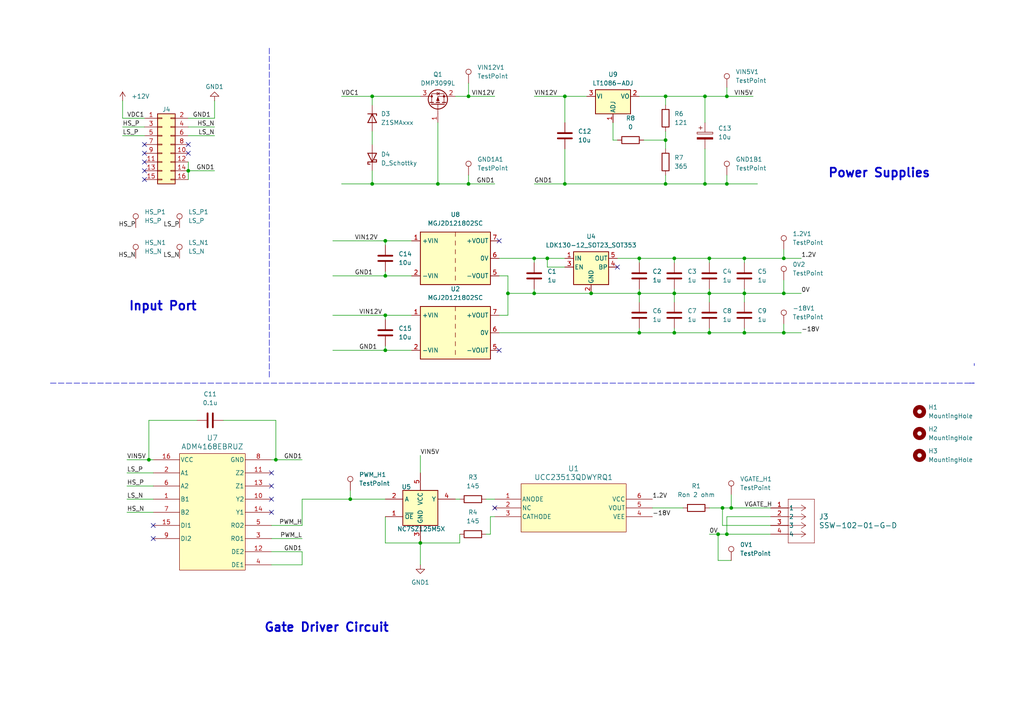
<source format=kicad_sch>
(kicad_sch (version 20250114) (generator "eeschema") (generator_version "9.0")
  (paper "A4")
  (lib_symbols
    (symbol "2*2_Gate_Driver_Output_Connector:SSW-102-01-G-D" (pin_names (offset 0.254))
      (property "Reference" "J" (at 8.89 6.35 0))
      (property "Value" "SSW-102-01-G-D" (at 3.302 -12.7 0))
      (symbol "SSW-102-01-G-D_1_1"
        (polyline (pts (xy 5.08 2.54) (xy 5.08 -10.16)) (stroke (width 0.127)))
        (polyline (pts (xy 5.08 -10.16) (xy 12.7 -10.16)) (stroke (width 0.127)))
        (polyline (pts (xy 10.16 0) (xy 5.08 0)) (stroke (width 0.127)))
        (polyline (pts (xy 10.16 0) (xy 8.89 0.8467)) (stroke (width 0.127)))
        (polyline (pts (xy 10.16 0) (xy 8.89 -0.8467)) (stroke (width 0.127)))
        (polyline (pts (xy 10.16 -2.54) (xy 5.08 -2.54)) (stroke (width 0.127)))
        (polyline (pts (xy 10.16 -2.54) (xy 8.89 -1.6933)) (stroke (width 0.127)))
        (polyline (pts (xy 10.16 -2.54) (xy 8.89 -3.3867)) (stroke (width 0.127)))
        (polyline (pts (xy 10.16 -5.08) (xy 5.08 -5.08)) (stroke (width 0.127)))
        (polyline (pts (xy 10.16 -5.08) (xy 8.89 -4.2333)) (stroke (width 0.127)))
        (polyline (pts (xy 10.16 -5.08) (xy 8.89 -5.9267)) (stroke (width 0.127)))
        (polyline (pts (xy 10.16 -7.62) (xy 5.08 -7.62)) (stroke (width 0.127)))
        (polyline (pts (xy 10.16 -7.62) (xy 8.89 -6.7733)) (stroke (width 0.127)))
        (polyline (pts (xy 10.16 -7.62) (xy 8.89 -8.4667)) (stroke (width 0.127)))
        (polyline (pts (xy 12.7 2.54) (xy 5.08 2.54)) (stroke (width 0.127)))
        (polyline (pts (xy 12.7 -10.16) (xy 12.7 2.54)) (stroke (width 0.127)))
        (pin output line (at 0 0 0) (length 5.08) (name "1") (number "1"))
        (pin output line (at 0 -2.54 0) (length 5.08) (name "2") (number "2"))
        (pin output line (at 0 -5.08 0) (length 5.08) (name "3") (number "3"))
        (pin output line (at 0 -7.62 0) (length 5.08) (name "4") (number "4"))
      )
      (symbol "SSW-102-01-G-D_1_2"
        (polyline (pts (xy 5.08 2.54) (xy 5.08 -10.16)) (stroke (width 0.127)))
        (polyline (pts (xy 5.08 -10.16) (xy 12.7 -10.16)) (stroke (width 0.127)))
        (polyline (pts (xy 7.62 0) (xy 5.08 0)) (stroke (width 0.127)))
        (polyline (pts (xy 7.62 0) (xy 8.89 0.8467)) (stroke (width 0.127)))
        (polyline (pts (xy 7.62 0) (xy 8.89 -0.8467)) (stroke (width 0.127)))
        (polyline (pts (xy 7.62 -2.54) (xy 5.08 -2.54)) (stroke (width 0.127)))
        (polyline (pts (xy 7.62 -2.54) (xy 8.89 -1.6933)) (stroke (width 0.127)))
        (polyline (pts (xy 7.62 -2.54) (xy 8.89 -3.3867)) (stroke (width 0.127)))
        (polyline (pts (xy 7.62 -5.08) (xy 5.08 -5.08)) (stroke (width 0.127)))
        (polyline (pts (xy 7.62 -5.08) (xy 8.89 -4.2333)) (stroke (width 0.127)))
        (polyline (pts (xy 7.62 -5.08) (xy 8.89 -5.9267)) (stroke (width 0.127)))
        (polyline (pts (xy 7.62 -7.62) (xy 5.08 -7.62)) (stroke (width 0.127)))
        (polyline (pts (xy 7.62 -7.62) (xy 8.89 -6.7733)) (stroke (width 0.127)))
        (polyline (pts (xy 7.62 -7.62) (xy 8.89 -8.4667)) (stroke (width 0.127)))
        (polyline (pts (xy 12.7 2.54) (xy 5.08 2.54)) (stroke (width 0.127)))
        (polyline (pts (xy 12.7 -10.16) (xy 12.7 2.54)) (stroke (width 0.127)))
      )
    )
    (symbol "74xGxx:NC7SZ125M5X"
      (property "Reference" "U" (at -5.08 6.35 0))
      (property "Value" "NC7SZ125M5X" (at 7.62 6.35 0))
      (symbol "NC7SZ125M5X_0_1"
        (rectangle (start -5.08 5.08) (end 5.08 -5.08) (stroke (width 0.254)) (fill (type background)))
      )
      (symbol "NC7SZ125M5X_1_1"
        (pin input line (at -10.16 2.54 0) (length 5.08) (name "A") (number "2"))
        (pin input line (at -10.16 -2.54 0) (length 5.08) (name "~{OE}") (number "1"))
        (pin power_in line (at 0 10.16 270) (length 5.08) (name "VCC") (number "5"))
        (pin power_in line (at 0 -10.16 90) (length 5.08) (name "GND") (number "3"))
        (pin output line (at 10.16 2.54 180) (length 5.08) (name "Y") (number "4"))
      )
    )
    (symbol "Connector:TestPoint" (pin_numbers (hide yes)) (pin_names (offset 0.762) (hide yes))
      (property "Reference" "TP" (at 0 6.858 0))
      (property "Value" "TestPoint" (at 0 5.08 0))
      (symbol "TestPoint_0_1"
        (circle (center 0 3.302) (radius 0.762))
      )
      (symbol "TestPoint_1_1"
        (pin passive line (at 0 0 90) (length 2.54) (name "1") (number "1"))
      )
    )
    (symbol "Connector_Generic:Conn_02x08_Odd_Even" (pin_names (offset 1.016) (hide yes))
      (property "Reference" "J" (at 1.27 10.16 0))
      (property "Value" "Conn_02x08_Odd_Even" (at 1.27 -12.7 0))
      (symbol "Conn_02x08_Odd_Even_1_1"
        (rectangle (start -1.27 8.89) (end 3.81 -11.43) (stroke (width 0.254)) (fill (type background)))
        (rectangle (start -1.27 7.747) (end 0 7.493) (stroke (width 0.1524)))
        (rectangle (start -1.27 5.207) (end 0 4.953) (stroke (width 0.1524)))
        (rectangle (start -1.27 2.667) (end 0 2.413) (stroke (width 0.1524)))
        (rectangle (start -1.27 0.127) (end 0 -0.127) (stroke (width 0.1524)))
        (rectangle (start -1.27 -2.413) (end 0 -2.667) (stroke (width 0.1524)))
        (rectangle (start -1.27 -4.953) (end 0 -5.207) (stroke (width 0.1524)))
        (rectangle (start -1.27 -7.493) (end 0 -7.747) (stroke (width 0.1524)))
        (rectangle (start -1.27 -10.033) (end 0 -10.287) (stroke (width 0.1524)))
        (rectangle (start 3.81 7.747) (end 2.54 7.493) (stroke (width 0.1524)))
        (rectangle (start 3.81 5.207) (end 2.54 4.953) (stroke (width 0.1524)))
        (rectangle (start 3.81 2.667) (end 2.54 2.413) (stroke (width 0.1524)))
        (rectangle (start 3.81 0.127) (end 2.54 -0.127) (stroke (width 0.1524)))
        (rectangle (start 3.81 -2.413) (end 2.54 -2.667) (stroke (width 0.1524)))
        (rectangle (start 3.81 -4.953) (end 2.54 -5.207) (stroke (width 0.1524)))
        (rectangle (start 3.81 -7.493) (end 2.54 -7.747) (stroke (width 0.1524)))
        (rectangle (start 3.81 -10.033) (end 2.54 -10.287) (stroke (width 0.1524)))
        (pin passive line (at -5.08 7.62 0) (length 3.81) (name "Pin_1") (number "1"))
        (pin passive line (at -5.08 5.08 0) (length 3.81) (name "Pin_3") (number "3"))
        (pin passive line (at -5.08 2.54 0) (length 3.81) (name "Pin_5") (number "5"))
        (pin passive line (at -5.08 0 0) (length 3.81) (name "Pin_7") (number "7"))
        (pin passive line (at -5.08 -2.54 0) (length 3.81) (name "Pin_9") (number "9"))
        (pin passive line (at -5.08 -5.08 0) (length 3.81) (name "Pin_11") (number "11"))
        (pin passive line (at -5.08 -7.62 0) (length 3.81) (name "Pin_13") (number "13"))
        (pin passive line (at -5.08 -10.16 0) (length 3.81) (name "Pin_15") (number "15"))
        (pin passive line (at 7.62 7.62 180) (length 3.81) (name "Pin_2") (number "2"))
        (pin passive line (at 7.62 5.08 180) (length 3.81) (name "Pin_4") (number "4"))
        (pin passive line (at 7.62 2.54 180) (length 3.81) (name "Pin_6") (number "6"))
        (pin passive line (at 7.62 0 180) (length 3.81) (name "Pin_8") (number "8"))
        (pin passive line (at 7.62 -2.54 180) (length 3.81) (name "Pin_10") (number "10"))
        (pin passive line (at 7.62 -5.08 180) (length 3.81) (name "Pin_12") (number "12"))
        (pin passive line (at 7.62 -7.62 180) (length 3.81) (name "Pin_14") (number "14"))
        (pin passive line (at 7.62 -10.16 180) (length 3.81) (name "Pin_16") (number "16"))
      )
    )
    (symbol "Converter_DCDC:MGJ2D121802SC"
      (property "Reference" "U" (at 0 11.43 0))
      (property "Value" "MGJ2D121802SC" (at 0 8.89 0))
      (symbol "MGJ2D121802SC_0_1"
        (rectangle (start -10.16 7.62) (end 10.16 -7.62) (stroke (width 0.254)) (fill (type background)))
        (polyline (pts (xy 0 7.62) (xy 0 6.35)))
        (polyline (pts (xy 0 5.08) (xy 0 3.81)))
        (polyline (pts (xy 0 2.54) (xy 0 1.27)))
        (polyline (pts (xy 0 0) (xy 0 -1.27)))
        (polyline (pts (xy 0 -2.54) (xy 0 -3.81)))
        (polyline (pts (xy 0 -5.08) (xy 0 -6.35)))
      )
      (symbol "MGJ2D121802SC_1_1"
        (pin power_in line (at -12.7 5.08 0) (length 2.54) (name "+VIN") (number "1"))
        (pin power_in line (at -12.7 -5.08 0) (length 2.54) (name "-VIN") (number "2"))
        (pin power_out line (at 12.7 5.08 180) (length 2.54) (name "+VOUT") (number "7"))
        (pin power_out line (at 12.7 0 180) (length 2.54) (name "0V") (number "6"))
        (pin power_out line (at 12.7 -5.08 180) (length 2.54) (name "-VOUT") (number "5"))
      )
    )
    (symbol "Device:C" (pin_numbers (hide yes)) (pin_names (offset 0.254))
      (property "Reference" "C" (at 0.635 2.54 0))
      (property "Value" "C" (at 0.635 -2.54 0))
      (symbol "C_0_1"
        (polyline (pts (xy -2.032 0.762) (xy 2.032 0.762)) (stroke (width 0.508)))
        (polyline (pts (xy -2.032 -0.762) (xy 2.032 -0.762)) (stroke (width 0.508)))
      )
      (symbol "C_1_1"
        (pin passive line (at 0 3.81 270) (length 2.794) (name "~") (number "1"))
        (pin passive line (at 0 -3.81 90) (length 2.794) (name "~") (number "2"))
      )
    )
    (symbol "Device:C_Polarized" (pin_numbers (hide yes)) (pin_names (offset 0.254))
      (property "Reference" "C" (at 0.635 2.54 0))
      (property "Value" "C_Polarized" (at 0.635 -2.54 0))
      (symbol "C_Polarized_0_1"
        (rectangle (start -2.286 0.508) (end 2.286 1.016))
        (polyline (pts (xy -1.778 2.286) (xy -0.762 2.286)))
        (polyline (pts (xy -1.27 2.794) (xy -1.27 1.778)))
        (rectangle (start 2.286 -0.508) (end -2.286 -1.016) (fill (type outline)))
      )
      (symbol "C_Polarized_1_1"
        (pin passive line (at 0 3.81 270) (length 2.794) (name "~") (number "1"))
        (pin passive line (at 0 -3.81 90) (length 2.794) (name "~") (number "2"))
      )
    )
    (symbol "Device:D_Schottky" (pin_numbers (hide yes)) (pin_names (offset 1.016) (hide yes))
      (property "Reference" "D" (at 0 2.54 0))
      (property "Value" "D_Schottky" (at 0 -2.54 0))
      (symbol "D_Schottky_0_1"
        (polyline (pts (xy -1.905 0.635) (xy -1.905 1.27) (xy -1.27 1.27) (xy -1.27 -1.27) (xy -0.635 -1.27) (xy -0.635 -0.635)) (stroke (width 0.254)))
        (polyline (pts (xy 1.27 1.27) (xy 1.27 -1.27) (xy -1.27 0) (xy 1.27 1.27)) (stroke (width 0.254)))
        (polyline (pts (xy 1.27 0) (xy -1.27 0)))
      )
      (symbol "D_Schottky_1_1"
        (pin passive line (at -3.81 0 0) (length 2.54) (name "K") (number "1"))
        (pin passive line (at 3.81 0 180) (length 2.54) (name "A") (number "2"))
      )
    )
    (symbol "Device:R" (pin_numbers (hide yes)) (pin_names (offset 0))
      (property "Reference" "R" (at 2.032 0 90))
      (property "Value" "R" (at 0 0 90))
      (symbol "R_0_1"
        (rectangle (start -1.016 -2.54) (end 1.016 2.54) (stroke (width 0.254)))
      )
      (symbol "R_1_1"
        (pin passive line (at 0 3.81 270) (length 1.27) (name "~") (number "1"))
        (pin passive line (at 0 -3.81 90) (length 1.27) (name "~") (number "2"))
      )
    )
    (symbol "Device:R_1206" (pin_numbers (hide yes)) (pin_names (offset 0))
      (property "Reference" "R" (at 2.032 0 90))
      (property "Value" "R" (at 0 0 90))
      (symbol "R_1206_0_1"
        (rectangle (start -1.016 -2.54) (end 1.016 2.54) (stroke (width 0.254)))
      )
      (symbol "R_1206_1_1"
        (pin passive line (at 0 3.81 270) (length 1.27) (name "~") (number "1"))
        (pin passive line (at 0 -3.81 90) (length 1.27) (name "~") (number "2"))
      )
    )
    (symbol "Diode:Z1SMAxxx" (pin_numbers (hide yes)) (pin_names (hide yes))
      (property "Reference" "D" (at 0 2.54 0))
      (property "Value" "Z1SMAxxx" (at 0 -2.54 0))
      (symbol "Z1SMAxxx_0_1"
        (polyline (pts (xy -1.27 -1.27) (xy -1.27 1.27) (xy -0.762 1.27)) (stroke (width 0.254)))
        (polyline (pts (xy 1.27 0) (xy -1.27 0)))
        (polyline (pts (xy 1.27 -1.27) (xy 1.27 1.27) (xy -1.27 0) (xy 1.27 -1.27)) (stroke (width 0.254)))
      )
      (symbol "Z1SMAxxx_1_1"
        (pin passive line (at -3.81 0 0) (length 2.54) (name "K") (number "1"))
        (pin passive line (at 3.81 0 180) (length 2.54) (name "A") (number "2"))
      )
    )
    (symbol "Gate_Driver:UCC23513QDWYRQ1" (pin_names (offset 0.254))
      (property "Reference" "U" (at 0 12.7 0))
      (property "Value" "UCC23513QDWYRQ1" (at 0 10.16 0))
      (symbol "UCC23513QDWYRQ1_0_1"
        (pin unspecified line (at -22.86 2.54 0) (length 7.62) (name "ANODE") (number "1"))
        (pin no_connect line (at -22.86 0 0) (length 7.62) (name "NC") (number "2"))
        (pin unspecified line (at -22.86 -2.54 0) (length 7.62) (name "CATHODE") (number "3"))
        (pin power_in line (at 22.86 2.54 180) (length 7.62) (name "VCC") (number "6"))
        (pin output line (at 22.86 0 180) (length 7.62) (name "VOUT") (number "5"))
        (pin power_in line (at 22.86 -2.54 180) (length 7.62) (name "VEE") (number "4"))
      )
      (symbol "UCC23513QDWYRQ1_1_1"
        (rectangle (start -15.24 6.985) (end 15.24 -6.985) (fill (type background)))
      )
    )
    (symbol "Mechanical:MountingHole" (pin_names (offset 1.016)) (in_bom no)
      (property "Reference" "H" (at 0 5.08 0))
      (property "Value" "MountingHole" (at 0 3.175 0))
      (symbol "MountingHole_0_1"
        (circle (center 0 0) (radius 1.27) (stroke (width 1.27)))
      )
    )
    (symbol "RS422_Transreciver:ADM4168EBRUZ" (pin_names (offset 0.254))
      (property "Reference" "U" (at 17.272 5.842 0))
      (property "Value" "ADM4168EBRUZ" (at 17.272 3.302 0))
      (symbol "ADM4168EBRUZ_0_1"
        (pin unspecified line (at 0 0 0) (length 7.62) (name "VCC") (number "16"))
        (pin unspecified line (at 0 -3.81 0) (length 7.62) (name "A1") (number "2"))
        (pin unspecified line (at 0 -7.62 0) (length 7.62) (name "A2") (number "6"))
        (pin unspecified line (at 0 -11.43 0) (length 7.62) (name "B1") (number "1"))
        (pin unspecified line (at 0 -15.24 0) (length 7.62) (name "B2") (number "7"))
        (pin unspecified line (at 0 -19.05 0) (length 7.62) (name "DI1") (number "15"))
        (pin unspecified line (at 0 -22.86 0) (length 7.62) (name "DI2") (number "9"))
        (pin unspecified line (at 34.29 0 180) (length 7.62) (name "GND") (number "8"))
        (pin unspecified line (at 34.29 -3.81 180) (length 7.62) (name "Z2") (number "11"))
        (pin unspecified line (at 34.29 -7.62 180) (length 7.62) (name "Z1") (number "13"))
        (pin unspecified line (at 34.29 -11.43 180) (length 7.62) (name "Y2") (number "10"))
        (pin unspecified line (at 34.29 -15.24 180) (length 7.62) (name "Y1") (number "14"))
        (pin unspecified line (at 34.29 -19.05 180) (length 7.62) (name "RO2") (number "5"))
        (pin unspecified line (at 34.29 -22.86 180) (length 7.62) (name "RO1") (number "3"))
        (pin unspecified line (at 34.29 -26.67 180) (length 7.62) (name "DE2") (number "12"))
        (pin unspecified line (at 34.29 -30.48 180) (length 7.62) (name "DE1") (number "4"))
      )
      (symbol "ADM4168EBRUZ_1_1"
        (rectangle (start 7.62 1.778) (end 26.67 -32.004) (fill (type background)))
      )
    )
    (symbol "Regulator_Linear:LDK130-12_SOT23_SOT353" (pin_names (offset 0.254))
      (property "Reference" "U" (at -3.81 5.715 0))
      (property "Value" "LDK130-12_SOT23_SOT353" (at 0 5.715 0))
      (symbol "LDK130-12_SOT23_SOT353_0_1"
        (rectangle (start -5.08 4.445) (end 5.08 -5.08) (stroke (width 0.254)) (fill (type background)))
      )
      (symbol "LDK130-12_SOT23_SOT353_1_1"
        (pin power_in line (at -7.62 2.54 0) (length 2.54) (name "IN") (number "1"))
        (pin input line (at -7.62 0 0) (length 2.54) (name "EN") (number "3"))
        (pin power_in line (at 0 -7.62 90) (length 2.54) (name "GND") (number "2"))
        (pin power_out line (at 7.62 2.54 180) (length 2.54) (name "OUT") (number "5"))
        (pin passive line (at 7.62 0 180) (length 2.54) (name "BP") (number "4"))
      )
    )
    (symbol "Regulator_Linear:LT1086-ADJ" (pin_names (offset 0.254))
      (property "Reference" "U" (at -3.81 3.175 0))
      (property "Value" "LT1086-ADJ" (at 0 3.175 0))
      (symbol "LT1086-ADJ_0_1"
        (rectangle (start -5.08 1.905) (end 5.08 -5.08) (stroke (width 0.254)) (fill (type background)))
      )
      (symbol "LT1086-ADJ_1_1"
        (pin power_in line (at -7.62 0 0) (length 2.54) (name "VI") (number "3"))
        (pin input line (at 0 -7.62 90) (length 2.54) (name "ADJ") (number "1"))
        (pin power_out line (at 7.62 0 180) (length 2.54) (name "VO") (number "2"))
      )
    )
    (symbol "Transistor_FET:DMP3099L" (pin_names (offset 0) (hide yes))
      (property "Reference" "Q" (at 5.08 1.905 0))
      (property "Value" "DMP3099L" (at 5.08 0 0))
      (symbol "DMP3099L_0_1"
        (polyline (pts (xy 0.254 1.905) (xy 0.254 -1.905)) (stroke (width 0.254)))
        (polyline (pts (xy 0.254 0) (xy -2.54 0)))
        (polyline (pts (xy 0.762 2.286) (xy 0.762 1.27)) (stroke (width 0.254)))
        (polyline (pts (xy 0.762 1.778) (xy 3.302 1.778) (xy 3.302 -1.778) (xy 0.762 -1.778)))
        (polyline (pts (xy 0.762 0.508) (xy 0.762 -0.508)) (stroke (width 0.254)))
        (polyline (pts (xy 0.762 -1.27) (xy 0.762 -2.286)) (stroke (width 0.254)))
        (circle (center 1.651 0) (radius 2.794) (stroke (width 0.254)))
        (polyline (pts (xy 2.286 0) (xy 1.27 0.381) (xy 1.27 -0.381) (xy 2.286 0)) (fill (type outline)))
        (polyline (pts (xy 2.54 2.54) (xy 2.54 1.778)))
        (circle (center 2.54 1.778) (radius 0.254) (fill (type outline)))
        (circle (center 2.54 -1.778) (radius 0.254) (fill (type outline)))
        (polyline (pts (xy 2.54 -2.54) (xy 2.54 0) (xy 0.762 0)))
        (polyline (pts (xy 2.921 -0.381) (xy 3.683 -0.381)))
        (polyline (pts (xy 3.302 -0.381) (xy 2.921 0.254) (xy 3.683 0.254) (xy 3.302 -0.381)))
      )
      (symbol "DMP3099L_1_1"
        (pin input line (at -5.08 0 0) (length 2.54) (name "G") (number "1"))
        (pin passive line (at 2.54 5.08 270) (length 2.54) (name "D") (number "3"))
        (pin passive line (at 2.54 -5.08 90) (length 2.54) (name "S") (number "2"))
      )
    )
    (symbol "power:+5V" (power) (pin_numbers (hide yes)) (pin_names (offset 0) (hide yes))
      (property "Value" "+5V" (at 0 3.556 0))
      (symbol "+5V_0_1"
        (polyline (pts (xy -0.762 1.27) (xy 0 2.54)))
        (polyline (pts (xy 0 2.54) (xy 0.762 1.27)))
        (polyline (pts (xy 0 0) (xy 0 2.54)))
      )
      (symbol "+5V_1_1"
        (pin power_in line (at 0 0 90) (length 0) (name "~") (number "1"))
      )
    )
    (symbol "power:GND" (power) (pin_numbers (hide yes)) (pin_names (offset 0) (hide yes))
      (property "Value" "GND" (at 0 -3.81 0))
      (symbol "GND_0_1"
        (polyline (pts (xy 0 0) (xy 0 -1.27) (xy 1.27 -1.27) (xy 0 -2.54) (xy -1.27 -1.27) (xy 0 -1.27)))
      )
      (symbol "GND_1_1"
        (pin power_in line (at 0 0 270) (length 0) (name "~") (number "1"))
      )
    )
    (symbol "power:GND2" (power) (pin_numbers (hide yes)) (pin_names (offset 0) (hide yes))
      (property "Value" "GND2" (at 0 -3.81 0))
      (symbol "GND2_0_1"
        (polyline (pts (xy 0 0) (xy 0 -1.27) (xy 1.27 -1.27) (xy 0 -2.54) (xy -1.27 -1.27) (xy 0 -1.27)))
      )
      (symbol "GND2_1_1"
        (pin power_in line (at 0 0 270) (length 0) (name "~") (number "1"))
      )
    )
  )
  (text "Gate Driver Circuit" (at 94.742 182.118 0) (effects (font (size 2.54 2.54) (thickness 0.508) (bold yes))))
  (text "Power Supplies" (at 255.016 50.292 0) (effects (font (size 2.54 2.54) (thickness 0.508) (bold yes))))
  (text "Input Port" (at 47.244 88.9 0) (effects (font (size 2.54 2.54) (thickness 0.508) (bold yes))))
  (junction (at 163.83 27.94))
  (junction (at 185.42 74.93))
  (junction (at 205.74 74.93))
  (junction (at 154.94 85.09))
  (junction (at 101.6 144.78))
  (junction (at 209.55 147.32))
  (junction (at 171.45 85.09))
  (junction (at 185.42 85.09))
  (junction (at 210.82 27.94))
  (junction (at 195.58 74.93))
  (junction (at 210.82 154.94))
  (junction (at 135.89 53.34))
  (junction (at 111.76 80.01))
  (junction (at 215.9 85.09))
  (junction (at 154.94 74.93))
  (junction (at 227.33 74.93))
  (junction (at 163.83 53.34))
  (junction (at 54.61 49.53))
  (junction (at 193.04 53.34))
  (junction (at 210.82 53.34))
  (junction (at 227.33 85.09))
  (junction (at 204.47 53.34))
  (junction (at 111.76 101.6))
  (junction (at 227.33 96.52))
  (junction (at 111.76 91.44))
  (junction (at 185.42 96.52))
  (junction (at 215.9 74.93))
  (junction (at 208.28 154.94))
  (junction (at 111.76 69.85))
  (junction (at 147.32 85.09))
  (junction (at 205.74 85.09))
  (junction (at 193.04 40.64))
  (junction (at 127 53.34))
  (junction (at 195.58 85.09))
  (junction (at 107.95 27.94))
  (junction (at 121.92 157.48))
  (junction (at 193.04 27.94))
  (junction (at 43.18 133.35))
  (junction (at 204.47 27.94))
  (junction (at 80.01 133.35))
  (junction (at 158.75 74.93))
  (junction (at 215.9 96.52))
  (junction (at 212.09 147.32))
  (junction (at 135.89 27.94))
  (junction (at 205.74 96.52))
  (junction (at 107.95 53.34))
  (junction (at 195.58 96.52))
  (no_connect (at 41.91 46.99))
  (no_connect (at 78.74 137.16))
  (no_connect (at 54.61 41.91))
  (no_connect (at 144.78 101.6))
  (no_connect (at 78.74 144.78))
  (no_connect (at 54.61 44.45))
  (no_connect (at 44.45 152.4))
  (no_connect (at 41.91 41.91))
  (no_connect (at 41.91 52.07))
  (no_connect (at 78.74 140.97))
  (no_connect (at 44.45 156.21))
  (no_connect (at 41.91 49.53))
  (no_connect (at 179.07 77.47))
  (no_connect (at 78.74 148.59))
  (no_connect (at 144.78 69.85))
  (no_connect (at 143.51 147.32))
  (no_connect (at 41.91 44.45))
  (wire (pts (xy 111.76 91.44) (xy 111.76 92.71)))
  (wire (pts (xy 121.92 157.48) (xy 121.92 163.83)))
  (wire (pts (xy 54.61 49.53) (xy 62.23 49.53)))
  (wire (pts (xy 107.95 30.48) (xy 107.95 27.94)))
  (wire (pts (xy 204.47 53.34) (xy 210.82 53.34)))
  (wire (pts (xy 195.58 74.93) (xy 205.74 74.93)))
  (wire (pts (xy 147.32 85.09) (xy 154.94 85.09)))
  (wire (pts (xy 195.58 83.82) (xy 195.58 85.09)))
  (wire (pts (xy 144.78 74.93) (xy 154.94 74.93)))
  (wire (pts (xy 147.32 80.01) (xy 147.32 85.09)))
  (wire (pts (xy 227.33 74.93) (xy 232.41 74.93)))
  (wire (pts (xy 212.09 162.56) (xy 208.28 162.56)))
  (wire (pts (xy 36.83 140.97) (xy 44.45 140.97)))
  (wire (pts (xy 80.01 133.35) (xy 87.63 133.35)))
  (wire (pts (xy 195.58 74.93) (xy 195.58 76.2)))
  (wire (pts (xy 111.76 100.33) (xy 111.76 101.6)))
  (wire (pts (xy 209.55 147.32) (xy 212.09 147.32)))
  (wire (pts (xy 205.74 85.09) (xy 205.74 87.63)))
  (wire (pts (xy 96.52 69.85) (xy 111.76 69.85)))
  (wire (pts (xy 78.74 133.35) (xy 80.01 133.35)))
  (wire (pts (xy 185.42 74.93) (xy 195.58 74.93)))
  (wire (pts (xy 127 53.34) (xy 135.89 53.34)))
  (wire (pts (xy 107.95 38.1) (xy 107.95 41.91)))
  (wire (pts (xy 132.08 27.94) (xy 135.89 27.94)))
  (wire (pts (xy 87.63 144.78) (xy 101.6 144.78)))
  (wire (pts (xy 54.61 39.37) (xy 62.23 39.37)))
  (wire (pts (xy 193.04 53.34) (xy 204.47 53.34)))
  (wire (pts (xy 111.76 69.85) (xy 119.38 69.85)))
  (wire (pts (xy 204.47 27.94) (xy 210.82 27.94)))
  (wire (pts (xy 193.04 27.94) (xy 204.47 27.94)))
  (wire (pts (xy 212.09 147.32) (xy 223.52 147.32)))
  (wire (pts (xy 205.74 154.94) (xy 208.28 154.94)))
  (wire (pts (xy 78.74 152.4) (xy 87.63 152.4)))
  (wire (pts (xy 204.47 43.18) (xy 204.47 53.34)))
  (wire (pts (xy 111.76 78.74) (xy 111.76 80.01)))
  (wire (pts (xy 121.92 132.08) (xy 121.92 137.16)))
  (wire (pts (xy 163.83 43.18) (xy 163.83 53.34)))
  (wire (pts (xy 36.83 144.78) (xy 44.45 144.78)))
  (wire (pts (xy 210.82 154.94) (xy 223.52 154.94)))
  (wire (pts (xy 189.23 147.32) (xy 198.12 147.32)))
  (wire (pts (xy 87.63 160.02) (xy 87.63 163.83)))
  (wire (pts (xy 185.42 95.25) (xy 185.42 96.52)))
  (wire (pts (xy 127 35.56) (xy 127 53.34)))
  (wire (pts (xy 185.42 83.82) (xy 185.42 85.09)))
  (wire (pts (xy 227.33 93.98) (xy 227.33 96.52)))
  (wire (pts (xy 96.52 101.6) (xy 111.76 101.6)))
  (wire (pts (xy 193.04 40.64) (xy 193.04 43.18)))
  (wire (pts (xy 144.78 80.01) (xy 147.32 80.01)))
  (wire (pts (xy 111.76 157.48) (xy 111.76 149.86)))
  (wire (pts (xy 35.56 29.21) (xy 35.56 34.29)))
  (wire (pts (xy 87.63 152.4) (xy 87.63 144.78)))
  (wire (pts (xy 205.74 147.32) (xy 209.55 147.32)))
  (wire (pts (xy 193.04 27.94) (xy 193.04 30.48)))
  (wire (pts (xy 64.77 121.92) (xy 80.01 121.92)))
  (wire (pts (xy 78.74 156.21) (xy 87.63 156.21)))
  (wire (pts (xy 96.52 91.44) (xy 111.76 91.44)))
  (wire (pts (xy 62.23 34.29) (xy 54.61 34.29)))
  (wire (pts (xy 154.94 74.93) (xy 154.94 76.2)))
  (wire (pts (xy 99.06 53.34) (xy 107.95 53.34)))
  (wire (pts (xy 163.83 53.34) (xy 193.04 53.34)))
  (wire (pts (xy 96.52 80.01) (xy 111.76 80.01)))
  (wire (pts (xy 57.15 121.92) (xy 43.18 121.92)))
  (wire (pts (xy 185.42 74.93) (xy 185.42 76.2)))
  (wire (pts (xy 142.24 154.94) (xy 142.24 149.86)))
  (wire (pts (xy 140.97 154.94) (xy 142.24 154.94)))
  (wire (pts (xy 185.42 85.09) (xy 195.58 85.09)))
  (wire (pts (xy 158.75 77.47) (xy 163.83 77.47)))
  (wire (pts (xy 179.07 74.93) (xy 185.42 74.93)))
  (wire (pts (xy 54.61 49.53) (xy 54.61 52.07)))
  (wire (pts (xy 227.33 85.09) (xy 232.41 85.09)))
  (wire (pts (xy 185.42 96.52) (xy 195.58 96.52)))
  (wire (pts (xy 212.09 143.51) (xy 212.09 147.32)))
  (wire (pts (xy 209.55 147.32) (xy 209.55 152.4)))
  (wire (pts (xy 154.94 74.93) (xy 158.75 74.93)))
  (wire (pts (xy 210.82 50.8) (xy 210.82 53.34)))
  (wire (pts (xy 43.18 121.92) (xy 43.18 133.35)))
  (wire (pts (xy 54.61 46.99) (xy 54.61 49.53)))
  (wire (pts (xy 171.45 85.09) (xy 185.42 85.09)))
  (wire (pts (xy 62.23 29.21) (xy 62.23 34.29)))
  (wire (pts (xy 208.28 154.94) (xy 210.82 154.94)))
  (polyline (pts (xy 282.575 105.41) (xy 282.575 106.045)))
  (wire (pts (xy 193.04 50.8) (xy 193.04 53.34)))
  (wire (pts (xy 135.89 50.8) (xy 135.89 53.34)))
  (wire (pts (xy 208.28 162.56) (xy 208.28 154.94)))
  (wire (pts (xy 154.94 85.09) (xy 171.45 85.09)))
  (wire (pts (xy 215.9 95.25) (xy 215.9 96.52)))
  (wire (pts (xy 43.18 133.35) (xy 44.45 133.35)))
  (wire (pts (xy 140.97 144.78) (xy 143.51 144.78)))
  (wire (pts (xy 195.58 85.09) (xy 205.74 85.09)))
  (wire (pts (xy 205.74 95.25) (xy 205.74 96.52)))
  (wire (pts (xy 154.94 53.34) (xy 163.83 53.34)))
  (wire (pts (xy 185.42 85.09) (xy 185.42 87.63)))
  (wire (pts (xy 78.74 163.83) (xy 87.63 163.83)))
  (wire (pts (xy 177.8 40.64) (xy 179.07 40.64)))
  (wire (pts (xy 185.42 27.94) (xy 193.04 27.94)))
  (wire (pts (xy 147.32 91.44) (xy 144.78 91.44)))
  (wire (pts (xy 215.9 85.09) (xy 215.9 87.63)))
  (wire (pts (xy 107.95 27.94) (xy 121.92 27.94)))
  (wire (pts (xy 195.58 96.52) (xy 205.74 96.52)))
  (wire (pts (xy 227.33 72.39) (xy 227.33 74.93)))
  (wire (pts (xy 205.74 96.52) (xy 215.9 96.52)))
  (wire (pts (xy 223.52 152.4) (xy 209.55 152.4)))
  (wire (pts (xy 205.74 74.93) (xy 215.9 74.93)))
  (wire (pts (xy 147.32 85.09) (xy 147.32 91.44)))
  (wire (pts (xy 107.95 53.34) (xy 127 53.34)))
  (wire (pts (xy 195.58 85.09) (xy 195.58 87.63)))
  (wire (pts (xy 195.58 95.25) (xy 195.58 96.52)))
  (wire (pts (xy 210.82 53.34) (xy 219.71 53.34)))
  (wire (pts (xy 101.6 142.24) (xy 101.6 144.78)))
  (wire (pts (xy 210.82 25.4) (xy 210.82 27.94)))
  (wire (pts (xy 135.89 53.34) (xy 143.51 53.34)))
  (wire (pts (xy 78.74 160.02) (xy 87.63 160.02)))
  (wire (pts (xy 107.95 49.53) (xy 107.95 53.34)))
  (wire (pts (xy 133.35 157.48) (xy 133.35 154.94)))
  (wire (pts (xy 215.9 96.52) (xy 227.33 96.52)))
  (wire (pts (xy 144.78 96.52) (xy 185.42 96.52)))
  (wire (pts (xy 186.69 40.64) (xy 193.04 40.64)))
  (wire (pts (xy 227.33 81.28) (xy 227.33 85.09)))
  (wire (pts (xy 158.75 74.93) (xy 163.83 74.93)))
  (wire (pts (xy 111.76 69.85) (xy 111.76 71.12)))
  (wire (pts (xy 135.89 24.13) (xy 135.89 27.94)))
  (wire (pts (xy 80.01 121.92) (xy 80.01 133.35)))
  (wire (pts (xy 210.82 27.94) (xy 218.44 27.94)))
  (wire (pts (xy 121.92 157.48) (xy 133.35 157.48)))
  (wire (pts (xy 205.74 83.82) (xy 205.74 85.09)))
  (wire (pts (xy 154.94 83.82) (xy 154.94 85.09)))
  (wire (pts (xy 111.76 91.44) (xy 119.38 91.44)))
  (polyline (pts (xy 281.305 111.125) (xy 282.575 111.125)))
  (wire (pts (xy 142.24 149.86) (xy 143.51 149.86)))
  (wire (pts (xy 54.61 36.83) (xy 62.23 36.83)))
  (polyline (pts (xy 78.105 13.97) (xy 78.105 109.855)) (stroke (width 0) (type dash)))
  (wire (pts (xy 223.52 149.86) (xy 210.82 149.86)))
  (wire (pts (xy 132.08 144.78) (xy 133.35 144.78)))
  (wire (pts (xy 121.92 157.48) (xy 111.76 157.48)))
  (wire (pts (xy 205.74 74.93) (xy 205.74 76.2)))
  (wire (pts (xy 111.76 80.01) (xy 119.38 80.01)))
  (wire (pts (xy 215.9 74.93) (xy 215.9 76.2)))
  (wire (pts (xy 193.04 38.1) (xy 193.04 40.64)))
  (wire (pts (xy 154.94 27.94) (xy 163.83 27.94)))
  (polyline (pts (xy 14.605 111.125) (xy 282.575 111.125)) (stroke (width 0) (type dash)))
  (wire (pts (xy 35.56 34.29) (xy 41.91 34.29)))
  (wire (pts (xy 163.83 27.94) (xy 170.18 27.94)))
  (wire (pts (xy 163.83 35.56) (xy 163.83 27.94)))
  (wire (pts (xy 99.06 27.94) (xy 107.95 27.94)))
  (wire (pts (xy 215.9 83.82) (xy 215.9 85.09)))
  (wire (pts (xy 158.75 77.47) (xy 158.75 74.93)))
  (wire (pts (xy 177.8 35.56) (xy 177.8 40.64)))
  (wire (pts (xy 36.83 148.59) (xy 44.45 148.59)))
  (wire (pts (xy 210.82 149.86) (xy 210.82 154.94)))
  (wire (pts (xy 215.9 74.93) (xy 227.33 74.93)))
  (wire (pts (xy 227.33 96.52) (xy 232.41 96.52)))
  (wire (pts (xy 35.56 39.37) (xy 41.91 39.37)))
  (wire (pts (xy 36.83 137.16) (xy 44.45 137.16)))
  (wire (pts (xy 101.6 144.78) (xy 111.76 144.78)))
  (wire (pts (xy 215.9 85.09) (xy 227.33 85.09)))
  (wire (pts (xy 135.89 27.94) (xy 143.51 27.94)))
  (wire (pts (xy 111.76 101.6) (xy 119.38 101.6)))
  (wire (pts (xy 204.47 27.94) (xy 204.47 35.56)))
  (wire (pts (xy 36.83 133.35) (xy 43.18 133.35)))
  (wire (pts (xy 35.56 36.83) (xy 41.91 36.83)))
  (wire (pts (xy 205.74 85.09) (xy 215.9 85.09)))
  (label "VDC1" (at 36.83 34.29 0))
  (label "LS_N" (at 36.83 144.78 0))
  (label "0V" (at 205.74 154.94 0))
  (label "VIN5V" (at 121.92 132.08 0))
  (label "VIN12V" (at 104.14 91.44 0))
  (label "GND1" (at 62.23 49.53 180))
  (label "VIN12V" (at 143.51 27.94 180))
  (label "HS_N" (at 62.23 36.83 180))
  (label "HS_P" (at 36.83 140.97 0))
  (label "VGATE_H" (at 215.9 147.32 0))
  (label "-18V" (at 189.23 149.86 0))
  (label "VIN12V" (at 154.94 27.94 0))
  (label "0V" (at 232.41 85.09 0))
  (label "HS_P" (at 35.56 36.83 0))
  (label "HS_N" (at 39.37 74.93 180))
  (label "PWM_H" (at 87.63 152.4 180))
  (label "GND1" (at 104.14 101.6 0))
  (label "HS_P" (at 39.37 66.04 180))
  (label "LS_N" (at 62.23 39.37 180))
  (label "-18V" (at 232.41 96.52 0))
  (label "LS_P" (at 35.56 39.37 0))
  (label "VDC1" (at 99.06 27.94 0))
  (label "LS_P" (at 36.83 137.16 0))
  (label "LS_N" (at 52.07 74.93 180))
  (label "LS_P" (at 52.07 66.04 180))
  (label "VIN5V" (at 218.44 27.94 180))
  (label "GND1" (at 102.87 80.01 0))
  (label "GND1" (at 55.88 34.29 0))
  (label "GND1" (at 87.63 160.02 180))
  (label "HS_N" (at 36.83 148.59 0))
  (label "1.2V" (at 189.23 144.78 0))
  (label "GND1" (at 87.63 133.35 180))
  (label "1.2V" (at 232.41 74.93 0))
  (label "PWM_L" (at 87.63 156.21 180))
  (label "VIN12V" (at 102.87 69.85 0))
  (label "VIN5V" (at 36.83 133.35 0))
  (label "GND1" (at 143.51 53.34 180))
  (label "GND1" (at 154.94 53.34 0))
  (symbol (lib_id "Device:C_Polarized") (at 204.47 39.37 0) (unit 1)
    (property "Reference" "C13" (at 208.28 37.2109 0) (effects (justify left)))
    (property "Value" "10u" (at 208.28 39.7509 0) (effects (justify left)))
    (property "Footprint" "Gate_Driver:TAJB_AVX-M" (effects (hide yes)))
    (property "Description" "Polarized capacitor" (effects (hide yes)))
  )
  (symbol (lib_id "Connector_Generic:Conn_02x08_Odd_Even") (at 46.99 41.91 0) (unit 1)
    (property "Reference" "J4" (at 48.26 31.75 0))
    (property "Value" "Conn_02x08_Odd_Even" (effects (hide yes)))
    (property "Footprint" "Connector_IDC:IDC-Header_2x08_P2.54mm_Vertical" (effects (hide yes)))
    (property "Description" "Generic connector, double row, 02x08, odd/even pin numbering scheme (row 1 odd numbers, row 2 even numbers), script generated (kicad-library-utils/schlib/autogen/connector/)" (effects (hide yes)))
  )
  (symbol (lib_id "Regulator_Linear:LDK130-12_SOT23_SOT353") (at 171.45 77.47 0) (unit 1)
    (property "Reference" "U4" (at 171.45 68.58 0))
    (property "Value" "LDK130-12_SOT23_SOT353" (at 171.45 71.12 0))
    (property "Footprint" "Package_TO_SOT_SMD:SOT-23-5_HandSoldering" (effects (hide yes)))
    (property "Datasheet" "http://www.st.com/content/ccc/resource/technical/document/datasheet/29/10/f7/87/2f/66/47/f4/DM00076097.pdf/files/DM00076097.pdf/jcr:content/translations/en.DM00076097.pdf" (effects (hide yes)))
    (property "Description" "300mA low dropout linear regulator, low quiescent current very, low noise, shutdown pin, 1.2V fixed positive output, SOT-23-5/SOT-353-5/SC-70-5" (effects (hide yes)))
  )
  (symbol (lib_id "Device:C") (at 154.94 80.01 0) (unit 1)
    (property "Reference" "C1" (at 158.75 78.7399 0) (effects (justify left)))
    (property "Value" "1u" (at 158.75 81.2799 0) (effects (justify left)))
    (property "Footprint" "Capacitor_SMD:C_1206_3216Metric" (effects (hide yes)))
    (property "Description" "Unpolarized capacitor" (effects (hide yes)))
  )
  (symbol (lib_id "Connector:TestPoint") (at 227.33 72.39 0) (unit 1)
    (property "Reference" "1.2V1" (at 229.87 67.8179 0) (effects (justify left)))
    (property "Value" "TestPoint" (at 229.87 70.3579 0) (effects (justify left)))
    (property "Footprint" "TestPoint:TestPoint_Pad_D2.0mm" (effects (hide yes)))
    (property "Description" "test point" (effects (hide yes)))
  )
  (symbol (lib_id "Mechanical:MountingHole") (at 266.7 119.38 0) (unit 1) (in_bom no)
    (property "Reference" "H1" (at 269.24 118.1099 0) (effects (justify left)))
    (property "Value" "MountingHole" (at 269.24 120.6499 0) (effects (justify left)))
    (property "Footprint" "MountingHole:MountingHole_4.3mm_M4_DIN965" (effects (hide yes)))
    (property "Description" "Mounting Hole without connection" (effects (hide yes)))
  )
  (symbol (lib_id "Device:D_Schottky") (at 107.95 45.72 90) (unit 1)
    (property "Reference" "D4" (at 110.49 44.7674 90) (effects (justify right)))
    (property "Value" "D_Schottky" (at 110.49 47.3074 90) (effects (justify right)))
    (property "Footprint" "Diode_SMD:D_PowerDI-123" (effects (hide yes)))
    (property "Description" "Schottky diode" (effects (hide yes)))
  )
  (symbol (lib_id "Device:C") (at 205.74 80.01 0) (unit 1)
    (property "Reference" "C4" (at 209.55 78.7399 0) (effects (justify left)))
    (property "Value" "1u" (at 209.55 81.2799 0) (effects (justify left)))
    (property "Footprint" "Capacitor_SMD:C_1206_3216Metric" (effects (hide yes)))
    (property "Description" "Unpolarized capacitor" (effects (hide yes)))
  )
  (symbol (lib_id "Gate_Driver:UCC23513QDWYRQ1") (at 166.37 147.32 0) (unit 1)
    (property "Reference" "U1" (at 166.37 135.89 0) (effects (font (size 1.524 1.524))))
    (property "Value" "UCC23513QDWYRQ1" (at 166.37 138.43 0) (effects (font (size 1.524 1.524))))
    (property "Footprint" "Gate_Driver:SOIC06_SO-6_7P5X4P68_TEX-M" (effects (hide yes)))
    (property "Datasheet" "https://www.ti.com/lit/gpn/ucc23513-q1" (effects (hide yes)))
  )
  (symbol (lib_id "Connector:TestPoint") (at 135.89 24.13 0) (unit 1)
    (property "Reference" "VIN12V1" (at 138.43 19.5579 0) (effects (justify left)))
    (property "Value" "TestPoint" (at 138.43 22.0979 0) (effects (justify left)))
    (property "Footprint" "TestPoint:TestPoint_Pad_D2.0mm" (effects (hide yes)))
    (property "Description" "test point" (effects (hide yes)))
  )
  (symbol (lib_id "Connector:TestPoint") (at 212.09 162.56 0) (unit 1)
    (property "Reference" "0V1" (at 214.63 157.9879 0) (effects (justify left)))
    (property "Value" "TestPoint" (at 214.63 160.5279 0) (effects (justify left)))
    (property "Footprint" "TestPoint:TestPoint_Pad_D2.0mm" (effects (hide yes)))
    (property "Description" "test point" (effects (hide yes)))
  )
  (symbol (lib_id "Converter_DCDC:MGJ2D121802SC") (at 132.08 74.93 0) (unit 1)
    (property "Reference" "U8" (at 132.08 62.23 0))
    (property "Value" "MGJ2D121802SC" (at 132.08 64.77 0))
    (property "Footprint" "Converter_DCDC:Converter_DCDC_Murata_MGJ2DxxxxxxSC_THT" (effects (hide yes)))
    (property "Datasheet" "https://power.murata.com/pub/data/power/ncl/kdc_mgj2.pdf" (effects (hide yes)))
    (property "Description" "5.2kVDC Isolated 2W Gate Drive, 12V Vin, +18V/-2.5V Vout" (effects (hide yes)))
  )
  (symbol (lib_id "Device:C") (at 111.76 74.93 0) (unit 1)
    (property "Reference" "C14" (at 115.57 73.6599 0) (effects (justify left)))
    (property "Value" "10u" (at 115.57 76.1999 0) (effects (justify left)))
    (property "Footprint" "Capacitor_SMD:C_1206_3216Metric" (effects (hide yes)))
    (property "Description" "Unpolarized capacitor" (effects (hide yes)))
  )
  (symbol (lib_id "power:GND2") (at 121.92 163.83 0) (unit 1)
    (property "Reference" "#PWR03" (effects (hide yes)))
    (property "Value" "GND1" (at 121.92 168.91 0))
    (property "Description" "Power symbol creates a global label with name \"GND2\" , ground" (effects (hide yes)))
  )
  (symbol (lib_id "power:GND") (at 62.23 29.21 0) (mirror x) (unit 1)
    (property "Reference" "#PWR02" (effects (hide yes)))
    (property "Value" "GND1" (at 62.23 25.146 0))
    (property "Description" "Power symbol creates a global label with name \"GND\" , ground" (effects (hide yes)))
  )
  (symbol (lib_id "RS422_Transreciver:ADM4168EBRUZ") (at 44.45 133.35 0) (unit 1)
    (property "Reference" "U7" (at 61.595 127 0) (effects (font (size 1.524 1.524))))
    (property "Value" "ADM4168EBRUZ" (at 61.595 129.54 0) (effects (font (size 1.524 1.524))))
    (property "Footprint" "Gate_Driver:RU_16_ADI-M" (effects (hide yes)))
    (property "Datasheet" "https://www.analog.com/media/en/technical-documentation/data-sheets/ADM4168E.PDF" (effects (hide yes)))
  )
  (symbol (lib_id "74xGxx:NC7SZ125M5X") (at 121.92 147.32 0) (unit 1)
    (property "Reference" "U5" (at 117.856 141.224 0))
    (property "Value" "NC7SZ125M5X" (at 122.174 153.416 0))
    (property "Footprint" "Package_TO_SOT_SMD:SOT-23-5_HandSoldering" (effects (hide yes)))
    (property "Datasheet" "https://www.onsemi.com/pdf/datasheet/nc7sz125-d.pdf" (effects (hide yes)))
    (property "Description" "TinyLogic UHS Buffer, Tri-State Output, SOT-23-5" (effects (hide yes)))
  )
  (symbol (lib_id "Diode:Z1SMAxxx") (at 107.95 34.29 270) (unit 1)
    (property "Reference" "D3" (at 110.49 33.0199 90) (effects (justify left)))
    (property "Value" "Z1SMAxxx" (at 110.49 35.5599 90) (effects (justify left)))
    (property "Footprint" "Diode_SMD:D_SMA_Handsoldering" (effects (hide yes)))
    (property "Datasheet" "https://diotec.com/tl_files/diotec/files/pdf/datasheets/z1sma1.pdf" (effects (hide yes)))
    (property "Description" "1000mW Zener Diode, SMA(DO-214AC)" (effects (hide yes)))
  )
  (symbol (lib_id "Connector:TestPoint") (at 135.89 50.8 0) (unit 1)
    (property "Reference" "GND1A1" (at 138.43 46.2279 0) (effects (justify left)))
    (property "Value" "TestPoint" (at 138.43 48.7679 0) (effects (justify left)))
    (property "Footprint" "TestPoint:TestPoint_Pad_D2.0mm" (effects (hide yes)))
    (property "Description" "test point" (effects (hide yes)))
  )
  (symbol (lib_id "Transistor_FET:DMP3099L") (at 127 30.48 90) (unit 1)
    (property "Reference" "Q1" (at 127 21.59 90))
    (property "Value" "DMP3099L" (at 127 24.13 90))
    (property "Footprint" "Package_TO_SOT_SMD:SOT-23" (effects (hide yes)))
    (property "Datasheet" "https://www.diodes.com/assets/Datasheets/DMP3099L.pdf" (effects (hide yes)))
    (property "Description" "-3.8A Id, -30V Vds, P-Channel MOSFET, SOT-23" (effects (hide yes)))
  )
  (symbol (lib_id "Connector:TestPoint") (at 52.07 74.93 0) (unit 1)
    (property "Reference" "LS_N1" (at 54.61 70.3579 0) (effects (justify left)))
    (property "Value" "LS_N" (at 54.61 72.8979 0) (effects (justify left)))
    (property "Footprint" "TestPoint:TestPoint_Pad_D2.0mm" (effects (hide yes)))
    (property "Description" "test point" (effects (hide yes)))
  )
  (symbol (lib_id "Mechanical:MountingHole") (at 266.7 125.73 0) (unit 1) (in_bom no)
    (property "Reference" "H2" (at 269.24 124.4599 0) (effects (justify left)))
    (property "Value" "MountingHole" (at 269.24 126.9999 0) (effects (justify left)))
    (property "Footprint" "MountingHole:MountingHole_4.3mm_M4_DIN965" (effects (hide yes)))
    (property "Description" "Mounting Hole without connection" (effects (hide yes)))
  )
  (symbol (lib_id "Device:C") (at 185.42 91.44 0) (unit 1)
    (property "Reference" "C6" (at 189.23 90.1699 0) (effects (justify left)))
    (property "Value" "1u" (at 189.23 92.7099 0) (effects (justify left)))
    (property "Footprint" "Capacitor_SMD:C_1206_3216Metric" (effects (hide yes)))
    (property "Description" "Unpolarized capacitor" (effects (hide yes)))
  )
  (symbol (lib_id "Device:C") (at 60.96 121.92 90) (unit 1)
    (property "Reference" "C11" (at 60.96 114.3 90))
    (property "Value" "0.1u" (at 60.96 116.84 90))
    (property "Footprint" "Capacitor_SMD:C_1206_3216Metric_Pad1.33x1.80mm_HandSolder" (effects (hide yes)))
    (property "Description" "Unpolarized capacitor" (effects (hide yes)))
  )
  (symbol (lib_id "Connector:TestPoint") (at 39.37 66.04 0) (unit 1)
    (property "Reference" "HS_P1" (at 41.91 61.4679 0) (effects (justify left)))
    (property "Value" "HS_P" (at 41.91 64.0079 0) (effects (justify left)))
    (property "Footprint" "TestPoint:TestPoint_Pad_D2.0mm" (effects (hide yes)))
    (property "Description" "test point" (effects (hide yes)))
  )
  (symbol (lib_id "2*2_Gate_Driver_Output_Connector:SSW-102-01-G-D") (at 223.52 147.32 0) (unit 1)
    (property "Reference" "J3" (at 237.49 149.8599 0) (effects (font (size 1.524 1.524)) (justify left)))
    (property "Value" "SSW-102-01-G-D" (at 237.49 152.3999 0) (effects (font (size 1.524 1.524)) (justify left)))
    (property "Footprint" "Gate_Driver:CON4_2X2_TU_SSQ" (effects (hide yes)))
    (property "Datasheet" "SSW-102-01-G-D" (effects (hide yes)))
  )
  (symbol (lib_id "Device:C") (at 205.74 91.44 0) (unit 1)
    (property "Reference" "C8" (at 209.55 90.1699 0) (effects (justify left)))
    (property "Value" "1u" (at 209.55 92.7099 0) (effects (justify left)))
    (property "Footprint" "Capacitor_SMD:C_1206_3216Metric" (effects (hide yes)))
    (property "Description" "Unpolarized capacitor" (effects (hide yes)))
  )
  (symbol (lib_id "Device:C") (at 215.9 80.01 0) (unit 1)
    (property "Reference" "C5" (at 219.71 78.7399 0) (effects (justify left)))
    (property "Value" "1u" (at 219.71 81.2799 0) (effects (justify left)))
    (property "Footprint" "Capacitor_SMD:C_1206_3216Metric" (effects (hide yes)))
    (property "Description" "Unpolarized capacitor" (effects (hide yes)))
  )
  (symbol (lib_id "Connector:TestPoint") (at 210.82 25.4 0) (unit 1)
    (property "Reference" "VIN5V1" (at 213.36 20.8279 0) (effects (justify left)))
    (property "Value" "TestPoint" (at 213.36 23.3679 0) (effects (justify left)))
    (property "Footprint" "TestPoint:TestPoint_Pad_D2.0mm" (effects (hide yes)))
    (property "Description" "test point" (effects (hide yes)))
  )
  (symbol (lib_id "Device:C") (at 195.58 91.44 0) (unit 1)
    (property "Reference" "C7" (at 199.39 90.1699 0) (effects (justify left)))
    (property "Value" "1u" (at 199.39 92.7099 0) (effects (justify left)))
    (property "Footprint" "Capacitor_SMD:C_1206_3216Metric" (effects (hide yes)))
    (property "Description" "Unpolarized capacitor" (effects (hide yes)))
  )
  (symbol (lib_id "power:+5V") (at 35.56 29.21 0) (unit 1)
    (property "Reference" "#PWR01" (effects (hide yes)))
    (property "Value" "+12V" (at 38.1 27.9399 0) (effects (justify left)))
    (property "Description" "Power symbol creates a global label with name \"+5V\"" (effects (hide yes)))
  )
  (symbol (lib_id "Device:C") (at 185.42 80.01 0) (unit 1)
    (property "Reference" "C2" (at 189.23 78.7399 0) (effects (justify left)))
    (property "Value" "1u" (at 189.23 81.2799 0) (effects (justify left)))
    (property "Footprint" "Capacitor_SMD:C_1206_3216Metric" (effects (hide yes)))
    (property "Description" "Unpolarized capacitor" (effects (hide yes)))
  )
  (symbol (lib_id "Device:C") (at 111.76 96.52 0) (unit 1)
    (property "Reference" "C15" (at 115.57 95.2499 0) (effects (justify left)))
    (property "Value" "10u" (at 115.57 97.7899 0) (effects (justify left)))
    (property "Footprint" "Capacitor_SMD:C_1206_3216Metric" (effects (hide yes)))
    (property "Description" "Unpolarized capacitor" (effects (hide yes)))
  )
  (symbol (lib_id "Connector:TestPoint") (at 227.33 93.98 0) (unit 1)
    (property "Reference" "-18V1" (at 229.87 89.4079 0) (effects (justify left)))
    (property "Value" "TestPoint" (at 229.87 91.9479 0) (effects (justify left)))
    (property "Footprint" "TestPoint:TestPoint_Pad_D2.0mm" (effects (hide yes)))
    (property "Description" "test point" (effects (hide yes)))
  )
  (symbol (lib_id "Regulator_Linear:LT1086-ADJ") (at 177.8 27.94 0) (unit 1)
    (property "Reference" "U9" (at 177.8 21.59 0))
    (property "Value" "LT1086-ADJ" (at 177.8 24.13 0))
    (property "Footprint" "Package_TO_SOT_SMD:TO-263-3_TabPin2" (effects (hide yes)))
    (property "Datasheet" "https://www.analog.com/media/en/technical-documentation/data-sheets/1086ffs.pdf" (effects (hide yes)))
    (property "Description" "1.5A 25V LDO Linear Regulator, Adjustable Output, TO-220/TO-263" (effects (hide yes)))
  )
  (symbol (lib_id "Device:R") (at 201.93 147.32 270) (unit 1)
    (property "Reference" "R1" (at 201.93 140.97 90))
    (property "Value" "Ron 2 ohm" (at 201.93 143.51 90))
    (property "Footprint" "Resistor_SMD:R_1206_3216Metric_Pad1.30x1.75mm_HandSolder" (effects (hide yes)))
    (property "Description" "Resistor" (effects (hide yes)))
  )
  (symbol (lib_id "Connector:TestPoint") (at 52.07 66.04 0) (unit 1)
    (property "Reference" "LS_P1" (at 54.61 61.4679 0) (effects (justify left)))
    (property "Value" "LS_P" (at 54.61 64.0079 0) (effects (justify left)))
    (property "Footprint" "TestPoint:TestPoint_Pad_D2.0mm" (effects (hide yes)))
    (property "Description" "test point" (effects (hide yes)))
  )
  (symbol (lib_id "Connector:TestPoint") (at 212.09 143.51 0) (unit 1)
    (property "Reference" "VGATE_H1" (at 214.63 138.9379 0) (effects (justify left)))
    (property "Value" "TestPoint" (at 214.63 141.4779 0) (effects (justify left)))
    (property "Footprint" "TestPoint:TestPoint_Pad_D2.0mm" (effects (hide yes)))
    (property "Description" "test point" (effects (hide yes)))
  )
  (symbol (lib_id "Device:C") (at 215.9 91.44 0) (unit 1)
    (property "Reference" "C9" (at 219.71 90.1699 0) (effects (justify left)))
    (property "Value" "1u" (at 219.71 92.7099 0) (effects (justify left)))
    (property "Footprint" "Capacitor_SMD:C_1206_3216Metric" (effects (hide yes)))
    (property "Description" "Unpolarized capacitor" (effects (hide yes)))
  )
  (symbol (lib_id "Converter_DCDC:MGJ2D121802SC") (at 132.08 96.52 0) (unit 1)
    (property "Reference" "U2" (at 132.08 83.82 0))
    (property "Value" "MGJ2D121802SC" (at 132.08 86.36 0))
    (property "Footprint" "Converter_DCDC:Converter_DCDC_Murata_MGJ2DxxxxxxSC_THT" (effects (hide yes)))
    (property "Datasheet" "https://power.murata.com/pub/data/power/ncl/kdc_mgj2.pdf" (effects (hide yes)))
    (property "Description" "5.2kVDC Isolated 2W Gate Drive, 12V Vin, +18V/-2.5V Vout" (effects (hide yes)))
  )
  (symbol (lib_id "Device:C") (at 163.83 39.37 0) (unit 1)
    (property "Reference" "C12" (at 167.64 38.0999 0) (effects (justify left)))
    (property "Value" "10u" (at 167.64 40.6399 0) (effects (justify left)))
    (property "Footprint" "Capacitor_SMD:C_1206_3216Metric_Pad1.33x1.80mm_HandSolder" (effects (hide yes)))
    (property "Description" "Unpolarized capacitor" (effects (hide yes)))
  )
  (symbol (lib_id "Connector:TestPoint") (at 39.37 74.93 0) (unit 1)
    (property "Reference" "HS_N1" (at 41.91 70.3579 0) (effects (justify left)))
    (property "Value" "HS_N" (at 41.91 72.8979 0) (effects (justify left)))
    (property "Footprint" "TestPoint:TestPoint_Pad_D2.0mm" (effects (hide yes)))
    (property "Description" "test point" (effects (hide yes)))
  )
  (symbol (lib_id "Device:C") (at 195.58 80.01 0) (unit 1)
    (property "Reference" "C3" (at 199.39 78.7399 0) (effects (justify left)))
    (property "Value" "1u" (at 199.39 81.2799 0) (effects (justify left)))
    (property "Footprint" "Capacitor_SMD:C_1206_3216Metric" (effects (hide yes)))
    (property "Description" "Unpolarized capacitor" (effects (hide yes)))
  )
  (symbol (lib_id "Device:R") (at 182.88 40.64 90) (unit 1)
    (property "Reference" "R8" (at 182.88 34.29 90))
    (property "Value" "0" (at 182.88 36.83 90))
    (property "Footprint" "Resistor_SMD:R_1206_3216Metric_Pad1.30x1.75mm_HandSolder" (effects (hide yes)))
    (property "Description" "Resistor" (effects (hide yes)))
  )
  (symbol (lib_id "Connector:TestPoint") (at 227.33 81.28 0) (unit 1)
    (property "Reference" "0V2" (at 229.87 76.7079 0) (effects (justify left)))
    (property "Value" "TestPoint" (at 229.87 79.2479 0) (effects (justify left)))
    (property "Footprint" "TestPoint:TestPoint_Pad_D2.0mm" (effects (hide yes)))
    (property "Description" "test point" (effects (hide yes)))
  )
  (symbol (lib_id "Mechanical:MountingHole") (at 266.7 132.08 0) (unit 1) (in_bom no)
    (property "Reference" "H3" (at 269.24 130.8099 0) (effects (justify left)))
    (property "Value" "MountingHole" (at 269.24 133.3499 0) (effects (justify left)))
    (property "Footprint" "MountingHole:MountingHole_4.3mm_M4_DIN965" (effects (hide yes)))
    (property "Description" "Mounting Hole without connection" (effects (hide yes)))
  )
  (symbol (lib_id "Connector:TestPoint") (at 101.6 142.24 0) (unit 1)
    (property "Reference" "PWM_H1" (at 104.14 137.6679 0) (effects (justify left)))
    (property "Value" "TestPoint" (at 104.14 140.2079 0) (effects (justify left)))
    (property "Footprint" "TestPoint:TestPoint_Pad_D2.0mm" (effects (hide yes)))
    (property "Description" "test point" (effects (hide yes)))
  )
  (symbol (lib_id "Device:R") (at 193.04 34.29 0) (unit 1)
    (property "Reference" "R6" (at 195.58 33.0199 0) (effects (justify left)))
    (property "Value" "121" (at 195.58 35.5599 0) (effects (justify left)))
    (property "Footprint" "Resistor_SMD:R_1206_3216Metric_Pad1.30x1.75mm_HandSolder" (effects (hide yes)))
    (property "Description" "Resistor" (effects (hide yes)))
  )
  (symbol (lib_id "Device:R_1206") (at 137.16 144.78 90) (unit 1)
    (property "Reference" "R3" (at 137.16 138.43 90))
    (property "Value" "145" (at 137.16 140.97 90))
    (property "Footprint" "Resistor_SMD:R_1206_3216Metric_Pad1.30x1.75mm_HandSolder" (effects (hide yes)))
    (property "Description" "Resistor" (effects (hide yes)))
  )
  (symbol (lib_id "Device:R_1206") (at 137.16 154.94 90) (unit 1)
    (property "Reference" "R4" (at 137.16 148.59 90))
    (property "Value" "145" (at 137.16 151.13 90))
    (property "Footprint" "Resistor_SMD:R_1206_3216Metric_Pad1.30x1.75mm_HandSolder" (effects (hide yes)))
    (property "Description" "Resistor" (effects (hide yes)))
  )
  (symbol (lib_id "Connector:TestPoint") (at 210.82 50.8 0) (unit 1)
    (property "Reference" "GND1B1" (at 213.36 46.2279 0) (effects (justify left)))
    (property "Value" "TestPoint" (at 213.36 48.7679 0) (effects (justify left)))
    (property "Footprint" "TestPoint:TestPoint_Pad_D2.0mm" (effects (hide yes)))
    (property "Description" "test point" (effects (hide yes)))
  )
  (symbol (lib_id "Device:R") (at 193.04 46.99 0) (unit 1)
    (property "Reference" "R7" (at 195.58 45.7199 0) (effects (justify left)))
    (property "Value" "365" (at 195.58 48.2599 0) (effects (justify left)))
    (property "Footprint" "Resistor_SMD:R_1206_3216Metric_Pad1.30x1.75mm_HandSolder" (effects (hide yes)))
    (property "Description" "Resistor" (effects (hide yes)))
  )
)
</source>
